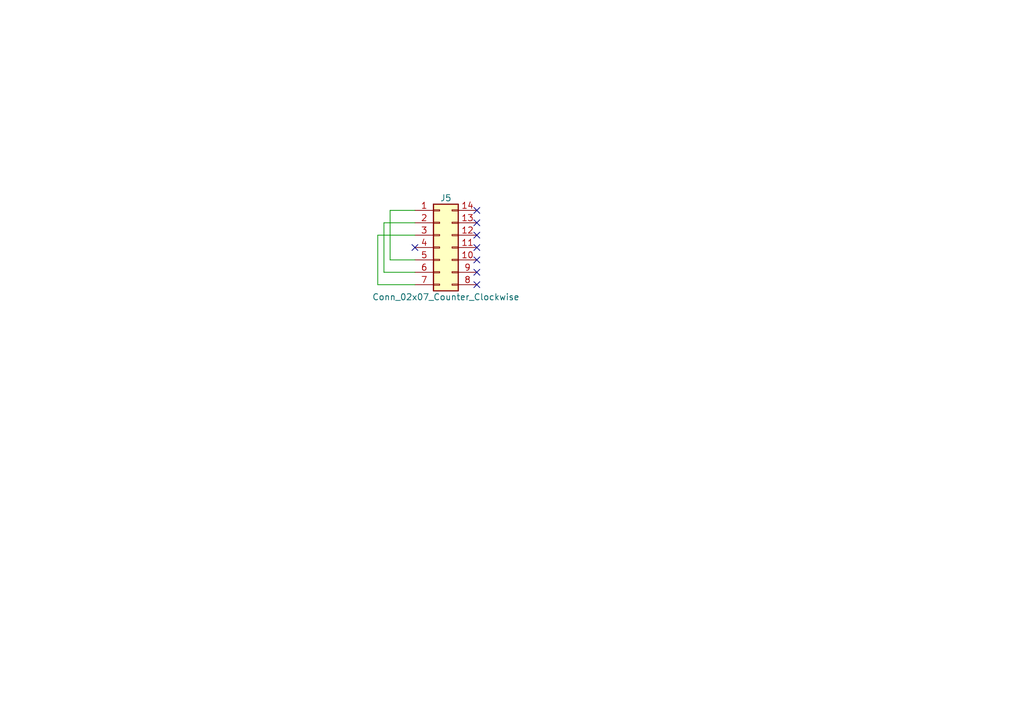
<source format=kicad_sch>
(kicad_sch (version 20250114) (generator "eeschema") (generator_version "9.0")
  (paper "A5")
  (title_block (title "2316 to 2716 ROM Adapter") (date "2025-06-21") (rev "V0"))
  (lib_symbols
    (symbol "Connector_Generic:Conn_02x07_Counter_Clockwise" (pin_names (offset 1.016) (hide yes))
      (property "Reference" "J" (at 1.27 10.16 0))
      (property "Value" "Conn_02x07_Counter_Clockwise" (at 1.27 -10.16 0))
      (symbol "Conn_02x07_Counter_Clockwise_1_1"
        (rectangle (start -1.27 8.89) (end 3.81 -8.89) (stroke (width 0.254)) (fill (type background)))
        (rectangle (start -1.27 7.747) (end 0 7.493) (stroke (width 0.1524)))
        (rectangle (start -1.27 5.207) (end 0 4.953) (stroke (width 0.1524)))
        (rectangle (start -1.27 2.667) (end 0 2.413) (stroke (width 0.1524)))
        (rectangle (start -1.27 0.127) (end 0 -0.127) (stroke (width 0.1524)))
        (rectangle (start -1.27 -2.413) (end 0 -2.667) (stroke (width 0.1524)))
        (rectangle (start -1.27 -4.953) (end 0 -5.207) (stroke (width 0.1524)))
        (rectangle (start -1.27 -7.493) (end 0 -7.747) (stroke (width 0.1524)))
        (rectangle (start 3.81 7.747) (end 2.54 7.493) (stroke (width 0.1524)))
        (rectangle (start 3.81 5.207) (end 2.54 4.953) (stroke (width 0.1524)))
        (rectangle (start 3.81 2.667) (end 2.54 2.413) (stroke (width 0.1524)))
        (rectangle (start 3.81 0.127) (end 2.54 -0.127) (stroke (width 0.1524)))
        (rectangle (start 3.81 -2.413) (end 2.54 -2.667) (stroke (width 0.1524)))
        (rectangle (start 3.81 -4.953) (end 2.54 -5.207) (stroke (width 0.1524)))
        (rectangle (start 3.81 -7.493) (end 2.54 -7.747) (stroke (width 0.1524)))
        (pin passive line (at -5.08 7.62 0) (length 3.81) (name "Pin_1") (number "1"))
        (pin passive line (at -5.08 5.08 0) (length 3.81) (name "Pin_2") (number "2"))
        (pin passive line (at -5.08 2.54 0) (length 3.81) (name "Pin_3") (number "3"))
        (pin passive line (at -5.08 0 0) (length 3.81) (name "Pin_4") (number "4"))
        (pin passive line (at -5.08 -2.54 0) (length 3.81) (name "Pin_5") (number "5"))
        (pin passive line (at -5.08 -5.08 0) (length 3.81) (name "Pin_6") (number "6"))
        (pin passive line (at -5.08 -7.62 0) (length 3.81) (name "Pin_7") (number "7"))
        (pin passive line (at 7.62 7.62 180) (length 3.81) (name "Pin_14") (number "14"))
        (pin passive line (at 7.62 5.08 180) (length 3.81) (name "Pin_13") (number "13"))
        (pin passive line (at 7.62 2.54 180) (length 3.81) (name "Pin_12") (number "12"))
        (pin passive line (at 7.62 0 180) (length 3.81) (name "Pin_11") (number "11"))
        (pin passive line (at 7.62 -2.54 180) (length 3.81) (name "Pin_10") (number "10"))
        (pin passive line (at 7.62 -5.08 180) (length 3.81) (name "Pin_9") (number "9"))
        (pin passive line (at 7.62 -7.62 180) (length 3.81) (name "Pin_8") (number "8"))
      )
    )
  )
  (no_connect (at 85.09 50.8))
  (no_connect (at 97.79 58.42))
  (no_connect (at 97.79 55.88))
  (no_connect (at 97.79 53.34))
  (no_connect (at 97.79 48.26))
  (no_connect (at 97.79 45.72))
  (no_connect (at 97.79 50.8))
  (no_connect (at 97.79 43.18))
  (wire (pts (xy 77.47 48.26) (xy 77.47 58.42)))
  (wire (pts (xy 85.09 43.18) (xy 80.01 43.18)))
  (wire (pts (xy 78.74 55.88) (xy 85.09 55.88)))
  (wire (pts (xy 85.09 45.72) (xy 78.74 45.72)))
  (wire (pts (xy 77.47 58.42) (xy 85.09 58.42)))
  (wire (pts (xy 80.01 53.34) (xy 85.09 53.34)))
  (wire (pts (xy 85.09 48.26) (xy 77.47 48.26)))
  (wire (pts (xy 80.01 43.18) (xy 80.01 53.34)))
  (wire (pts (xy 78.74 45.72) (xy 78.74 55.88)))
  (symbol (lib_id "Connector_Generic:Conn_02x07_Counter_Clockwise") (at 90.17 50.8 0) (unit 1)
    (property "Reference" "J5" (at 91.44 40.64 0))
    (property "Value" "Conn_02x07_Counter_Clockwise" (at 91.44 60.96 0))
    (property "Footprint" "Package_DIP:DIP-14_W7.62mm" (effects (hide yes)))
    (property "Description" "Generic connector, double row, 02x07, counter clockwise pin numbering scheme (similar to DIP package numbering), script generated (kicad-library-utils/schlib/autogen/connector/)" (effects (hide yes)))
  )
)
</source>
